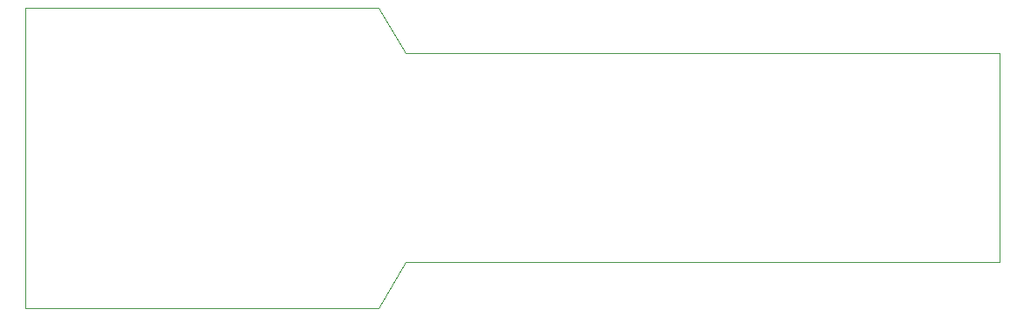
<source format=gm1>
G04 #@! TF.GenerationSoftware,KiCad,Pcbnew,(6.0.11-0)*
G04 #@! TF.CreationDate,2023-06-20T16:53:37+02:00*
G04 #@! TF.ProjectId,ft4232h_mini_module,66743432-3332-4685-9f6d-696e695f6d6f,A*
G04 #@! TF.SameCoordinates,Original*
G04 #@! TF.FileFunction,Profile,NP*
%FSLAX46Y46*%
G04 Gerber Fmt 4.6, Leading zero omitted, Abs format (unit mm)*
G04 Created by KiCad (PCBNEW (6.0.11-0)) date 2023-06-20 16:53:37*
%MOMM*%
%LPD*%
G01*
G04 APERTURE LIST*
G04 #@! TA.AperFunction,Profile*
%ADD10C,0.100000*%
G04 #@! TD*
G04 APERTURE END LIST*
D10*
X136652000Y-110490000D02*
X194310000Y-110490000D01*
X194310000Y-110490000D02*
X194310000Y-90170000D01*
X136652000Y-90170000D02*
X133985000Y-85725000D01*
X99695000Y-114935000D02*
X133985000Y-114935000D01*
X99695000Y-85725000D02*
X99695000Y-114935000D01*
X99695000Y-85725000D02*
X133985000Y-85725000D01*
X136652000Y-90170000D02*
X194310000Y-90170000D01*
X133985000Y-114935000D02*
X136652000Y-110490000D01*
M02*

</source>
